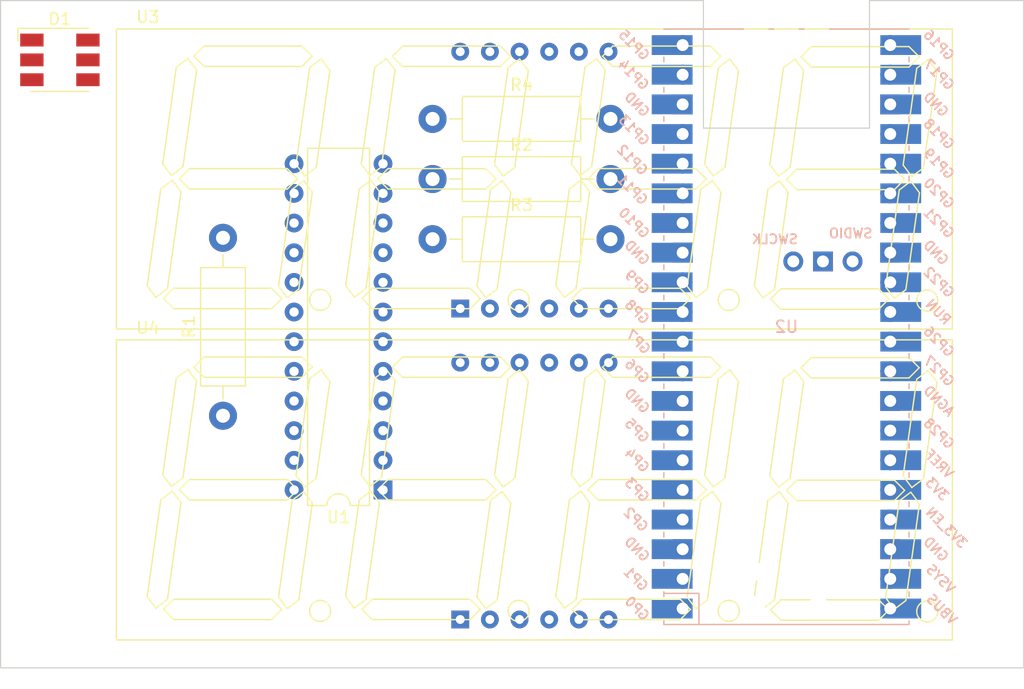
<source format=kicad_pcb>
(kicad_pcb (version 20211014) (generator pcbnew)
  (layers (0 "F.Cu" signal) (31 "B.Cu" signal) (34 "B.Paste" user) (35 "F.Paste" user) (36 "B.SilkS" user "B.Silkscreen") (37 "F.SilkS" user "F.Silkscreen") (38 "B.Mask" user) (39 "F.Mask" user) (44 "Edge.Cuts" user))
  (net 0 "")
  (net 28 "Net-(D1-Pad1)")
  (net 29 "Net-(D1-Pad2)")
  (net 30 "Net-(D1-Pad3)")
  (net 31 "GREEN")
  (net 32 "RED")
  (net 33 "BLUE")
  (net 34 "MOSI")
  (net 35 "DIG_{0}")
  (net 36 "DIG_{4}")
  (net 37 "GND")
  (net 38 "DIG_{6}")
  (net 39 "DIG_{2}")
  (net 40 "DIG_{3}")
  (net 41 "DIG_{7}")
  (net 42 "DIG_{5}")
  (net 43 "DIG_{1}")
  (net 44 "CS0")
  (net 45 "SCK")
  (net 46 "SEG_{A}")
  (net 47 "SEG_{F}")
  (net 48 "SEG_{B}")
  (net 49 "SEG_{G}")
  (net 50 "Net-(U1-Pad18)")
  (net 51 "+5V")
  (net 52 "SEG_{C}")
  (net 53 "SEG_{E}")
  (net 54 "SEG_{DP}")
  (net 55 "SEG_{D}")
  (net 56 "CS1")
  (net 57 "+3.3V")
  (footprint "Resistor_THT:R_Axial_DIN0411_L9.9mm_D3.6mm_P15.24mm_Horizontal" (layer "F.Cu") (at 166.539999 73.705128)
    (fp_text reference "R2" (at 7.62 -2.92) (layer "F.SilkS"))
    (fp_text value "10k")
    (pad "1" thru_hole circle (at 0 0) (size 2.4 2.4) (drill 1.2) (layers *.Cu *.Mask) (net 51 "+5V"))
    (pad "2" thru_hole oval (at 15.24 0) (size 2.4 2.4) (drill 1.2) (layers *.Cu *.Mask) (net 28 "Net-(D1-Pad1)"))
  )
  (footprint "LED_SMD:LED_RGB_5050-6" (layer "F.Cu") (at 134.62 63.5)
    (fp_text reference "D1" (at 0 -3.5) (layer "F.SilkS"))
    (fp_text value "Status")
    (pad "1" smd rect (at -2.4 -1.7 90) (size 1.1 2) (layers "F.Cu" "F.Paste" "F.Mask") (net 28 "Net-(D1-Pad1)"))
    (pad "2" smd rect (at -2.4 0 90) (size 1.1 2) (layers "F.Cu" "F.Paste" "F.Mask") (net 29 "Net-(D1-Pad2)"))
    (pad "3" smd rect (at -2.4 1.7 90) (size 1.1 2) (layers "F.Cu" "F.Paste" "F.Mask") (net 30 "Net-(D1-Pad3)"))
    (pad "4" smd rect (at 2.4 1.7 90) (size 1.1 2) (layers "F.Cu" "F.Paste" "F.Mask") (net 31 "GREEN"))
    (pad "5" smd rect (at 2.4 0 90) (size 1.1 2) (layers "F.Cu" "F.Paste" "F.Mask") (net 32 "RED"))
    (pad "6" smd rect (at 2.4 -1.7 90) (size 1.1 2) (layers "F.Cu" "F.Paste" "F.Mask") (net 33 "BLUE"))
  )
  (footprint "seven_segment:ATA8041AB" (layer "F.Cu") (at 168.91 84.798682)
    (fp_text reference "U3" (at -26.75 -24.97 unlocked) (layer "F.SilkS"))
    (fp_text value "Pool")
    (pad "1" thru_hole rect (at 0 0) (size 1.524 1.524) (drill 0.762) (layers *.Cu *.Mask) (net 53 "SEG_{E}"))
    (pad "2" thru_hole circle (at 2.54 0) (size 1.524 1.524) (drill 0.762) (layers *.Cu *.Mask) (net 55 "SEG_{D}"))
    (pad "3" thru_hole circle (at 5.08 0) (size 1.524 1.524) (drill 0.762) (layers *.Cu *.Mask) (net 54 "SEG_{DP}"))
    (pad "4" thru_hole circle (at 7.62 0) (size 1.524 1.524) (drill 0.762) (layers *.Cu *.Mask) (net 52 "SEG_{C}"))
    (pad "5" thru_hole circle (at 10.16 0) (size 1.524 1.524) (drill 0.762) (layers *.Cu *.Mask) (net 49 "SEG_{G}"))
    (pad "6" thru_hole circle (at 12.7 0) (size 1.524 1.524) (drill 0.762) (layers *.Cu *.Mask) (net 35 "DIG_{0}"))
    (pad "7" thru_hole circle (at 12.7 -22) (size 1.524 1.524) (drill 0.762) (layers *.Cu *.Mask) (net 48 "SEG_{B}"))
    (pad "8" thru_hole circle (at 10.16 -22) (size 1.524 1.524) (drill 0.762) (layers *.Cu *.Mask) (net 43 "DIG_{1}"))
    (pad "9" thru_hole circle (at 7.62 -22) (size 1.524 1.524) (drill 0.762) (layers *.Cu *.Mask) (net 39 "DIG_{2}"))
    (pad "10" thru_hole circle (at 5.08 -22) (size 1.524 1.524) (drill 0.762) (layers *.Cu *.Mask) (net 47 "SEG_{F}"))
    (pad "11" thru_hole circle (at 2.54 -22) (size 1.524 1.524) (drill 0.762) (layers *.Cu *.Mask) (net 46 "SEG_{A}"))
    (pad "12" thru_hole circle (at 0 -22) (size 1.524 1.524) (drill 0.762) (layers *.Cu *.Mask) (net 40 "DIG_{3}"))
  )
  (footprint "seven_segment:ATA8041AB" (layer "F.Cu") (at 168.91 111.43)
    (fp_text reference "U4" (at -26.75 -24.97 unlocked) (layer "F.SilkS"))
    (fp_text value "Spa")
    (pad "1" thru_hole rect (at 0 0) (size 1.524 1.524) (drill 0.762) (layers *.Cu *.Mask) (net 53 "SEG_{E}"))
    (pad "2" thru_hole circle (at 2.54 0) (size 1.524 1.524) (drill 0.762) (layers *.Cu *.Mask) (net 55 "SEG_{D}"))
    (pad "3" thru_hole circle (at 5.08 0) (size 1.524 1.524) (drill 0.762) (layers *.Cu *.Mask) (net 54 "SEG_{DP}"))
    (pad "4" thru_hole circle (at 7.62 0) (size 1.524 1.524) (drill 0.762) (layers *.Cu *.Mask) (net 52 "SEG_{C}"))
    (pad "5" thru_hole circle (at 10.16 0) (size 1.524 1.524) (drill 0.762) (layers *.Cu *.Mask) (net 49 "SEG_{G}"))
    (pad "6" thru_hole circle (at 12.7 0) (size 1.524 1.524) (drill 0.762) (layers *.Cu *.Mask) (net 36 "DIG_{4}"))
    (pad "7" thru_hole circle (at 12.7 -22) (size 1.524 1.524) (drill 0.762) (layers *.Cu *.Mask) (net 48 "SEG_{B}"))
    (pad "8" thru_hole circle (at 10.16 -22) (size 1.524 1.524) (drill 0.762) (layers *.Cu *.Mask) (net 42 "DIG_{5}"))
    (pad "9" thru_hole circle (at 7.62 -22) (size 1.524 1.524) (drill 0.762) (layers *.Cu *.Mask) (net 38 "DIG_{6}"))
    (pad "10" thru_hole circle (at 5.08 -22) (size 1.524 1.524) (drill 0.762) (layers *.Cu *.Mask) (net 47 "SEG_{F}"))
    (pad "11" thru_hole circle (at 2.54 -22) (size 1.524 1.524) (drill 0.762) (layers *.Cu *.Mask) (net 46 "SEG_{A}"))
    (pad "12" thru_hole circle (at 0 -22) (size 1.524 1.524) (drill 0.762) (layers *.Cu *.Mask) (net 41 "DIG_{7}"))
  )
  (footprint "Resistor_THT:R_Axial_DIN0411_L9.9mm_D3.6mm_P15.24mm_Horizontal" (layer "F.Cu") (at 166.539999 68.555128)
    (fp_text reference "R4" (at 7.62 -2.92) (layer "F.SilkS"))
    (fp_text value "10k")
    (pad "1" thru_hole circle (at 0 0) (size 2.4 2.4) (drill 1.2) (layers *.Cu *.Mask) (net 51 "+5V"))
    (pad "2" thru_hole oval (at 15.24 0) (size 2.4 2.4) (drill 1.2) (layers *.Cu *.Mask) (net 30 "Net-(D1-Pad3)"))
  )
  (footprint "Resistor_THT:R_Axial_DIN0411_L9.9mm_D3.6mm_P15.24mm_Horizontal" (layer "F.Cu") (at 166.539999 78.855128)
    (fp_text reference "R3" (at 7.62 -2.92) (layer "F.SilkS"))
    (fp_text value "10k")
    (pad "1" thru_hole circle (at 0 0) (size 2.4 2.4) (drill 1.2) (layers *.Cu *.Mask) (net 51 "+5V"))
    (pad "2" thru_hole oval (at 15.24 0) (size 2.4 2.4) (drill 1.2) (layers *.Cu *.Mask) (net 29 "Net-(D1-Pad2)"))
  )
  (footprint "Package_DIP:DIP-24_W7.62mm" (layer "F.Cu") (at 162.296 100.335 180)
    (fp_text reference "U1" (at 3.81 -2.33) (layer "F.SilkS"))
    (fp_text value "MAX7221xNG")
    (pad "1" thru_hole rect (at 0 0 180) (size 1.6 1.6) (drill 0.8) (layers *.Cu *.Mask) (net 34 "MOSI"))
    (pad "2" thru_hole oval (at 0 2.54 180) (size 1.6 1.6) (drill 0.8) (layers *.Cu *.Mask) (net 35 "DIG_{0}"))
    (pad "3" thru_hole oval (at 0 5.08 180) (size 1.6 1.6) (drill 0.8) (layers *.Cu *.Mask) (net 36 "DIG_{4}"))
    (pad "4" thru_hole oval (at 0 7.62 180) (size 1.6 1.6) (drill 0.8) (layers *.Cu *.Mask) (net 37 "GND"))
    (pad "5" thru_hole oval (at 0 10.16 180) (size 1.6 1.6) (drill 0.8) (layers *.Cu *.Mask) (net 38 "DIG_{6}"))
    (pad "6" thru_hole oval (at 0 12.7 180) (size 1.6 1.6) (drill 0.8) (layers *.Cu *.Mask) (net 39 "DIG_{2}"))
    (pad "7" thru_hole oval (at 0 15.24 180) (size 1.6 1.6) (drill 0.8) (layers *.Cu *.Mask) (net 40 "DIG_{3}"))
    (pad "8" thru_hole oval (at 0 17.78 180) (size 1.6 1.6) (drill 0.8) (layers *.Cu *.Mask) (net 41 "DIG_{7}"))
    (pad "9" thru_hole oval (at 0 20.32 180) (size 1.6 1.6) (drill 0.8) (layers *.Cu *.Mask) (net 37 "GND"))
    (pad "10" thru_hole oval (at 0 22.86 180) (size 1.6 1.6) (drill 0.8) (layers *.Cu *.Mask) (net 42 "DIG_{5}"))
    (pad "11" thru_hole oval (at 0 25.4 180) (size 1.6 1.6) (drill 0.8) (layers *.Cu *.Mask) (net 43 "DIG_{1}"))
    (pad "12" thru_hole oval (at 0 27.94 180) (size 1.6 1.6) (drill 0.8) (layers *.Cu *.Mask) (net 44 "CS0"))
    (pad "13" thru_hole oval (at 7.62 27.94 180) (size 1.6 1.6) (drill 0.8) (layers *.Cu *.Mask) (net 45 "SCK"))
    (pad "14" thru_hole oval (at 7.62 25.4 180) (size 1.6 1.6) (drill 0.8) (layers *.Cu *.Mask) (net 46 "SEG_{A}"))
    (pad "15" thru_hole oval (at 7.62 22.86 180) (size 1.6 1.6) (drill 0.8) (layers *.Cu *.Mask) (net 47 "SEG_{F}"))
    (pad "16" thru_hole oval (at 7.62 20.32 180) (size 1.6 1.6) (drill 0.8) (layers *.Cu *.Mask) (net 48 "SEG_{B}"))
    (pad "17" thru_hole oval (at 7.62 17.78 180) (size 1.6 1.6) (drill 0.8) (layers *.Cu *.Mask) (net 49 "SEG_{G}"))
    (pad "18" thru_hole oval (at 7.62 15.24 180) (size 1.6 1.6) (drill 0.8) (layers *.Cu *.Mask) (net 50 "Net-(U1-Pad18)"))
    (pad "19" thru_hole oval (at 7.62 12.7 180) (size 1.6 1.6) (drill 0.8) (layers *.Cu *.Mask) (net 51 "+5V"))
    (pad "20" thru_hole oval (at 7.62 10.16 180) (size 1.6 1.6) (drill 0.8) (layers *.Cu *.Mask) (net 52 "SEG_{C}"))
    (pad "21" thru_hole oval (at 7.62 7.62 180) (size 1.6 1.6) (drill 0.8) (layers *.Cu *.Mask) (net 53 "SEG_{E}"))
    (pad "22" thru_hole oval (at 7.62 5.08 180) (size 1.6 1.6) (drill 0.8) (layers *.Cu *.Mask) (net 54 "SEG_{DP}"))
    (pad "23" thru_hole oval (at 7.62 2.54 180) (size 1.6 1.6) (drill 0.8) (layers *.Cu *.Mask) (net 55 "SEG_{D}"))
    (pad "24" thru_hole oval (at 7.62 0 180) (size 1.6 1.6) (drill 0.8) (layers *.Cu *.Mask))
  )
  (footprint "Resistor_THT:R_Axial_DIN0411_L9.9mm_D3.6mm_P15.24mm_Horizontal" (layer "F.Cu") (at 148.59 93.98 90)
    (fp_text reference "R1" (at 7.62 -2.92 90) (layer "F.SilkS"))
    (fp_text value "20k")
    (pad "1" thru_hole circle (at 0 0 90) (size 2.4 2.4) (drill 1.2) (layers *.Cu *.Mask) (net 51 "+5V"))
    (pad "2" thru_hole oval (at 15.24 0 90) (size 2.4 2.4) (drill 1.2) (layers *.Cu *.Mask) (net 50 "Net-(U1-Pad18)"))
  )
  (footprint "RPi_Pico:RPi_PicoW_SMD_TH" (layer "B.Cu") (at 196.85 86.36)
    (fp_text reference "U2" (at 0 0) (layer "B.SilkS") (effects (justify mirror)))
    (fp_text value "PicoW")
    (fp_text user "GP9" (at -12.8 -3.81 135) (layer "B.SilkS") (effects (font (size 0.8 0.8)) (justify mirror)))
    (fp_text user "GP19" (at 13.054 -13.97 135) (layer "B.SilkS") (effects (font (size 0.8 0.8)) (justify mirror)))
    (fp_text user "GP3" (at -12.8 13.97 135) (layer "B.SilkS") (effects (font (size 0.8 0.8)) (justify mirror)))
    (fp_text user "GP17" (at 13.054 -21.59 135) (layer "B.SilkS") (effects (font (size 0.8 0.8)) (justify mirror)))
    (fp_text user "GND" (at -12.8 19.05 135) (layer "B.SilkS") (effects (font (size 0.8 0.8)) (justify mirror)))
    (fp_text user "GP12" (at -13.2 -14.2925 135) (layer "B.SilkS") (effects (font (size 0.8 0.8)) (justify mirror)))
    (fp_text user "GP8" (at -12.8 -1.27 135) (layer "B.SilkS") (effects (font (size 0.8 0.8)) (justify mirror)))
    (fp_text user "GP27" (at 13.054 3.8 135) (layer "B.SilkS") (effects (font (size 0.8 0.8)) (justify mirror)))
    (fp_text user "GP2" (at -12.9 16.51 135) (layer "B.SilkS") (effects (font (size 0.8 0.8)) (justify mirror)))
    (fp_text user "GND" (at 12.8 19.05 135) (layer "B.SilkS") (effects (font (size 0.8 0.8)) (justify mirror)))
    (fp_text user "VREF" (at 13.0675 11.7425 135) (layer "B.SilkS") (effects (font (size 0.8 0.8)) (justify mirror)))
    (fp_text user "GP16" (at 13.054 -24.13 135) (layer "B.SilkS") (effects (font (size 0.8 0.8)) (justify mirror)))
    (fp_text user "GP28" (at 13.054 9.144 135) (layer "B.SilkS") (effects (font (size 0.8 0.8)) (justify mirror)))
    (fp_text user "GP5" (at -12.8 8.89 135) (layer "B.SilkS") (effects (font (size 0.8 0.8)) (justify mirror)))
    (fp_text user "SWDIO" (at 5.5 -8) (layer "B.SilkS") (effects (font (size 0.8 0.8)) (justify mirror)))
    (fp_text user "GP22" (at 13.054 -3.81 135) (layer "B.SilkS") (effects (font (size 0.8 0.8)) (justify mirror)))
    (fp_text user "GP1" (at -12.9 21.6 135) (layer "B.SilkS") (effects (font (size 0.8 0.8)) (justify mirror)))
    (fp_text user "GP4" (at -12.8 11.43 135) (layer "B.SilkS") (effects (font (size 0.8 0.8)) (justify mirror)))
    (fp_text user "AGND" (at 13.054 6.35 135) (layer "B.SilkS") (effects (font (size 0.8 0.8)) (justify mirror)))
    (fp_text user "GND" (at -12.8 6.35 135) (layer "B.SilkS") (effects (font (size 0.8 0.8)) (justify mirror)))
    (fp_text user "3V3_EN" (at 13.7 17.2 135) (layer "B.SilkS") (effects (font (size 0.8 0.8)) (justify mirror)))
    (fp_text user "VSYS" (at 13.2 21.59 135) (layer "B.SilkS") (effects (font (size 0.8 0.8)) (justify mirror)))
    (fp_text user "GND" (at 12.8 -19.05 135) (layer "B.SilkS") (effects (font (size 0.8 0.8)) (justify mirror)))
    (fp_text user "GP6" (at -12.8 3.81 135) (layer "B.SilkS") (effects (font (size 0.8 0.8)) (justify mirror)))
    (fp_text user "GP7" (at -12.7 1.3 135) (layer "B.SilkS") (effects (font (size 0.8 0.8)) (justify mirror)))
    (fp_text user "GP10" (at -13.054 -8.89 135) (layer "B.SilkS") (effects (font (size 0.8 0.8)) (justify mirror)))
    (fp_text user "GP21" (at 13.054 -8.9 135) (layer "B.SilkS") (effects (font (size 0.8 0.8)) (justify mirror)))
    (fp_text user "RUN" (at 13 -1.27 135) (layer "B.SilkS") (effects (font (size 0.8 0.8)) (justify mirror)))
    (fp_text user "GP20" (at 13.054 -11.43 135) (layer "B.SilkS") (effects (font (size 0.8 0.8)) (justify mirror)))
    (fp_text user "GND" (at -12.8 -6.35 135) (layer "B.SilkS") (effects (font (size 0.8 0.8)) (justify mirror)))
    (fp_text user "GP14" (at -13.1 -21.59 135) (layer "B.SilkS") (effects (font (size 0.8 0.8)) (justify mirror)))
    (fp_text user "VBUS" (at 13.3 24.2 135) (layer "B.SilkS") (effects (font (size 0.8 0.8)) (justify mirror)))
    (fp_text user "GP18" (at 13.054 -16.51 135) (layer "B.SilkS") (effects (font (size 0.8 0.8)) (justify mirror)))
    (fp_text user "GP26" (at 13.054 1.27 135) (layer "B.SilkS") (effects (font (size 0.8 0.8)) (justify mirror)))
    (fp_text user "GND" (at 12.8 -6.35 135) (layer "B.SilkS") (effects (font (size 0.8 0.8)) (justify mirror)))
    (fp_text user "GP0" (at -12.8 24.13 135) (layer "B.SilkS") (effects (font (size 0.8 0.8)) (justify mirror)))
    (fp_text user "GP15" (at -13.054 -24.13 135) (layer "B.SilkS") (effects (font (size 0.8 0.8)) (justify mirror)))
    (fp_text user "GND" (at -12.8 -19.05 135) (layer "B.SilkS") (effects (font (size 0.8 0.8)) (justify mirror)))
    (fp_text user "3V3" (at 12.9 13.9 135) (layer "B.SilkS") (effects (font (size 0.8 0.8)) (justify mirror)))
    (fp_text user "GP13" (at -13.054 -16.8325 135) (layer "B.SilkS") (effects (font (size 0.8 0.8)) (justify mirror)))
    (fp_text user "GP11" (at -13.2 -11.7525 135) (layer "B.SilkS") (effects (font (size 0.8 0.8)) (justify mirror)))
    (fp_text user "SWCLK" (at -1 -7.5) (layer "B.SilkS") (effects (font (size 0.8 0.8)) (justify mirror)))
    (pad "" np_thru_hole oval (at -2.425 20.97) (size 1.5 1.5) (drill 1.5) (layers *.Cu *.Mask))
    (pad "" np_thru_hole oval (at -2.725 24) (size 1.8 1.8) (drill 1.8) (layers *.Cu *.Mask))
    (pad "" np_thru_hole oval (at 2.725 24) (size 1.8 1.8) (drill 1.8) (layers *.Cu *.Mask))
    (pad "" np_thru_hole oval (at 2.425 20.97) (size 1.5 1.5) (drill 1.5) (layers *.Cu *.Mask))
    (pad "1" smd rect (at -8.89 24.13) (size 3.5 1.7) (drill (offset -0.9 0)) (layers "B.Cu" "B.Mask"))
    (pad "1" thru_hole oval (at -8.89 24.13) (size 1.7 1.7) (drill 1.02) (layers *.Cu *.Mask))
    (pad "2" smd rect (at -8.89 21.59) (size 3.5 1.7) (drill (offset -0.9 0)) (layers "B.Cu" "B.Mask") (net 44 "CS0"))
    (pad "2" thru_hole oval (at -8.89 21.59) (size 1.7 1.7) (drill 1.02) (layers *.Cu *.Mask) (net 44 "CS0"))
    (pad "3" smd rect (at -8.89 19.05) (size 3.5 1.7) (drill (offset -0.9 0)) (layers "B.Cu" "B.Mask") (net 37 "GND"))
    (pad "3" thru_hole rect (at -8.89 19.05) (size 1.7 1.7) (drill 1.02) (layers *.Cu *.Mask) (net 37 "GND"))
    (pad "4" smd rect (at -8.89 16.51) (size 3.5 1.7) (drill (offset -0.9 0)) (layers "B.Cu" "B.Mask") (net 45 "SCK"))
    (pad "4" thru_hole oval (at -8.89 16.51) (size 1.7 1.7) (drill 1.02) (layers *.Cu *.Mask) (net 45 "SCK"))
    (pad "5" thru_hole oval (at -8.89 13.97) (size 1.7 1.7) (drill 1.02) (layers *.Cu *.Mask) (net 34 "MOSI"))
    (pad "5" smd rect (at -8.89 13.97) (size 3.5 1.7) (drill (offset -0.9 0)) (layers "B.Cu" "B.Mask") (net 34 "MOSI"))
    (pad "6" thru_hole oval (at -8.89 11.43) (size 1.7 1.7) (drill 1.02) (layers *.Cu *.Mask))
    (pad "6" smd rect (at -8.89 11.43) (size 3.5 1.7) (drill (offset -0.9 0)) (layers "B.Cu" "B.Mask"))
    (pad "7" smd rect (at -8.89 8.89) (size 3.5 1.7) (drill (offset -0.9 0)) (layers "B.Cu" "B.Mask") (net 56 "CS1"))
    (pad "7" thru_hole oval (at -8.89 8.89) (size 1.7 1.7) (drill 1.02) (layers *.Cu *.Mask) (net 56 "CS1"))
    (pad "8" smd rect (at -8.89 6.35) (size 3.5 1.7) (drill (offset -0.9 0)) (layers "B.Cu" "B.Mask") (net 37 "GND"))
    (pad "8" thru_hole rect (at -8.89 6.35) (size 1.7 1.7) (drill 1.02) (layers *.Cu *.Mask) (net 37 "GND"))
    (pad "9" thru_hole oval (at -8.89 3.81) (size 1.7 1.7) (drill 1.02) (layers *.Cu *.Mask))
    (pad "9" smd rect (at -8.89 3.81) (size 3.5 1.7) (drill (offset -0.9 0)) (layers "B.Cu" "B.Mask"))
    (pad "10" smd rect (at -8.89 1.27) (size 3.5 1.7) (drill (offset -0.9 0)) (layers "B.Cu" "B.Mask"))
    (pad "10" thru_hole oval (at -8.89 1.27) (size 1.7 1.7) (drill 1.02) (layers *.Cu *.Mask))
    (pad "11" smd rect (at -8.89 -1.27) (size 3.5 1.7) (drill (offset -0.9 0)) (layers "B.Cu" "B.Mask"))
    (pad "11" thru_hole oval (at -8.89 -1.27) (size 1.7 1.7) (drill 1.02) (layers *.Cu *.Mask))
    (pad "12" thru_hole oval (at -8.89 -3.81) (size 1.7 1.7) (drill 1.02) (layers *.Cu *.Mask))
    (pad "12" smd rect (at -8.89 -3.81) (size 3.5 1.7) (drill (offset -0.9 0)) (layers "B.Cu" "B.Mask"))
    (pad "13" smd rect (at -8.89 -6.35) (size 3.5 1.7) (drill (offset -0.9 0)) (layers "B.Cu" "B.Mask") (net 37 "GND"))
    (pad "13" thru_hole rect (at -8.89 -6.35) (size 1.7 1.7) (drill 1.02) (layers *.Cu *.Mask) (net 37 "GND"))
    (pad "14" smd rect (at -8.89 -8.89) (size 3.5 1.7) (drill (offset -0.9 0)) (layers "B.Cu" "B.Mask"))
    (pad "14" thru_hole oval (at -8.89 -8.89) (size 1.7 1.7) (drill 1.02) (layers *.Cu *.Mask))
    (pad "15" smd rect (at -8.89 -11.43) (size 3.5 1.7) (drill (offset -0.9 0)) (layers "B.Cu" "B.Mask"))
    (pad "15" thru_hole oval (at -8.89 -11.43) (size 1.7 1.7) (drill 1.02) (layers *.Cu *.Mask))
    (pad "16" smd rect (at -8.89 -13.97) (size 3.5 1.7) (drill (offset -0.9 0)) (layers "B.Cu" "B.Mask"))
    (pad "16" thru_hole oval (at -8.89 -13.97) (size 1.7 1.7) (drill 1.02) (layers *.Cu *.Mask))
    (pad "17" thru_hole oval (at -8.89 -16.51) (size 1.7 1.7) (drill 1.02) (layers *.Cu *.Mask) (net 32 "RED"))
    (pad "17" smd rect (at -8.89 -16.51) (size 3.5 1.7) (drill (offset -0.9 0)) (layers "B.Cu" "B.Mask") (net 32 "RED"))
    (pad "18" thru_hole rect (at -8.89 -19.05) (size 1.7 1.7) (drill 1.02) (layers *.Cu *.Mask) (net 37 "GND"))
    (pad "18" smd rect (at -8.89 -19.05) (size 3.5 1.7) (drill (offset -0.9 0)) (layers "B.Cu" "B.Mask") (net 37 "GND"))
    (pad "19" thru_hole oval (at -8.89 -21.59) (size 1.7 1.7) (drill 1.02) (layers *.Cu *.Mask) (net 31 "GREEN"))
    (pad "19" smd rect (at -8.89 -21.59) (size 3.5 1.7) (drill (offset -0.9 0)) (layers "B.Cu" "B.Mask") (net 31 "GREEN"))
    (pad "20" smd rect (at -8.89 -24.13) (size 3.5 1.7) (drill (offset -0.9 0)) (layers "B.Cu" "B.Mask") (net 33 "BLUE"))
    (pad "20" thru_hole oval (at -8.89 -24.13) (size 1.7 1.7) (drill 1.02) (layers *.Cu *.Mask) (net 33 "BLUE"))
    (pad "21" smd rect (at 8.89 -24.13) (size 3.5 1.7) (drill (offset 0.9 0)) (layers "B.Cu" "B.Mask"))
    (pad "21" thru_hole oval (at 8.89 -24.13) (size 1.7 1.7) (drill 1.02) (layers *.Cu *.Mask))
    (pad "22" smd rect (at 8.89 -21.59) (size 3.5 1.7) (drill (offset 0.9 0)) (layers "B.Cu" "B.Mask"))
    (pad "22" thru_hole oval (at 8.89 -21.59) (size 1.7 1.7) (drill 1.02) (layers *.Cu *.Mask))
    (pad "23" smd rect (at 8.89 -19.05) (size 3.5 1.7) (drill (offset 0.9 0)) (layers "B.Cu" "B.Mask") (net 37 "GND"))
    (pad "23" thru_hole rect (at 8.89 -19.05) (size 1.7 1.7) (drill 1.02) (layers *.Cu *.Mask) (net 37 "GND"))
    (pad "24" thru_hole oval (at 8.89 -16.51) (size 1.7 1.7) (drill 1.02) (layers *.Cu *.Mask))
    (pad "24" smd rect (at 8.89 -16.51) (size 3.5 1.7) (drill (offset 0.9 0)) (layers "B.Cu" "B.Mask"))
    (pad "25" thru_hole oval (at 8.89 -13.97) (size 1.7 1.7) (drill 1.02) (layers *.Cu *.Mask))
    (pad "25" smd rect (at 8.89 -13.97) (size 3.5 1.7) (drill (offset 0.9 0)) (layers "B.Cu" "B.Mask"))
    (pad "26" thru_hole oval (at 8.89 -11.43) (size 1.7 1.7) (drill 1.02) (layers *.Cu *.Mask))
    (pad "26" smd rect (at 8.89 -11.43) (size 3.5 1.7) (drill (offset 0.9 0)) (layers "B.Cu" "B.Mask"))
    (pad "27" thru_hole oval (at 8.89 -8.89) (size 1.7 1.7) (drill 1.02) (layers *.Cu *.Mask))
    (pad "27" smd rect (at 8.89 -8.89) (size 3.5 1.7) (drill (offset 0.9 0)) (layers "B.Cu" "B.Mask"))
    (pad "28" smd rect (at 8.89 -6.35) (size 3.5 1.7) (drill (offset 0.9 0)) (layers "B.Cu" "B.Mask") (net 37 "GND"))
    (pad "28" thru_hole rect (at 8.89 -6.35) (size 1.7 1.7) (drill 1.02) (layers *.Cu *.Mask) (net 37 "GND"))
    (pad "29" smd rect (at 8.89 -3.81) (size 3.5 1.7) (drill (offset 0.9 0)) (layers "B.Cu" "B.Mask"))
    (pad "29" thru_hole oval (at 8.89 -3.81) (size 1.7 1.7) (drill 1.02) (layers *.Cu *.Mask))
    (pad "30" thru_hole oval (at 8.89 -1.27) (size 1.7 1.7) (drill 1.02) (layers *.Cu *.Mask))
    (pad "30" smd rect (at 8.89 -1.27) (size 3.5 1.7) (drill (offset 0.9 0)) (layers "B.Cu" "B.Mask"))
    (pad "31" smd rect (at 8.89 1.27) (size 3.5 1.7) (drill (offset 0.9 0)) (layers "B.Cu" "B.Mask"))
    (pad "31" thru_hole oval (at 8.89 1.27) (size 1.7 1.7) (drill 1.02) (layers *.Cu *.Mask))
    (pad "32" smd rect (at 8.89 3.81) (size 3.5 1.7) (drill (offset 0.9 0)) (layers "B.Cu" "B.Mask"))
    (pad "32" thru_hole oval (at 8.89 3.81) (size 1.7 1.7) (drill 1.02) (layers *.Cu *.Mask))
    (pad "33" smd rect (at 8.89 6.35) (size 3.5 1.7) (drill (offset 0.9 0)) (layers "B.Cu" "B.Mask"))
    (pad "33" thru_hole rect (at 8.89 6.35) (size 1.7 1.7) (drill 1.02) (layers *.Cu *.Mask))
    (pad "34" thru_hole oval (at 8.89 8.89) (size 1.7 1.7) (drill 1.02) (layers *.Cu *.Mask))
    (pad "34" smd rect (at 8.89 8.89) (size 3.5 1.7) (drill (offset 0.9 0)) (layers "B.Cu" "B.Mask"))
    (pad "35" thru_hole oval (at 8.89 11.43) (size 1.7 1.7) (drill 1.02) (layers *.Cu *.Mask))
    (pad "35" smd rect (at 8.89 11.43) (size 3.5 1.7) (drill (offset 0.9 0)) (layers "B.Cu" "B.Mask"))
    (pad "36" thru_hole oval (at 8.89 13.97) (size 1.7 1.7) (drill 1.02) (layers *.Cu *.Mask) (net 57 "+3.3V"))
    (pad "36" smd rect (at 8.89 13.97) (size 3.5 1.7) (drill (offset 0.9 0)) (layers "B.Cu" "B.Mask") (net 57 "+3.3V"))
    (pad "37" smd rect (at 8.89 16.51) (size 3.5 1.7) (drill (offset 0.9 0)) (layers "B.Cu" "B.Mask"))
    (pad "37" thru_hole oval (at 8.89 16.51) (size 1.7 1.7) (drill 1.02) (layers *.Cu *.Mask))
    (pad "38" thru_hole rect (at 8.89 19.05) (size 1.7 1.7) (drill 1.02) (layers *.Cu *.Mask) (net 37 "GND"))
    (pad "38" smd rect (at 8.89 19.05) (size 3.5 1.7) (drill (offset 0.9 0)) (layers "B.Cu" "B.Mask") (net 37 "GND"))
    (pad "39" thru_hole oval (at 8.89 21.59) (size 1.7 1.7) (drill 1.02) (layers *.Cu *.Mask))
    (pad "39" smd rect (at 8.89 21.59) (size 3.5 1.7) (drill (offset 0.9 0)) (layers "B.Cu" "B.Mask"))
    (pad "40" smd rect (at 8.89 24.13) (size 3.5 1.7) (drill (offset 0.9 0)) (layers "B.Cu" "B.Mask") (net 51 "+5V"))
    (pad "40" thru_hole oval (at 8.89 24.13) (size 1.7 1.7) (drill 1.02) (layers *.Cu *.Mask) (net 51 "+5V"))
    (pad "41" thru_hole oval (at 0.5841 -5.6) (size 1.7 1.7) (drill 1.02) (layers *.Cu *.Mask))
    (pad "42" thru_hole rect (at 3.1241 -5.6) (size 1.7 1.7) (drill 1.02) (layers *.Cu *.Mask) (net 37 "GND"))
    (pad "43" thru_hole oval (at 5.6641 -5.6) (size 1.7 1.7) (drill 1.02) (layers *.Cu *.Mask))
  )
  (gr_line (start 189.738 69.342) (end 203.962 69.342) (layer "Edge.Cuts") (width 0.1))
  (gr_line (start 217.17 115.57) (end 217.17 58.42) (layer "Edge.Cuts") (width 0.1))
  (gr_line (start 189.738 58.42) (end 189.738 69.342) (layer "Edge.Cuts") (width 0.1))
  (gr_line (start 203.962 58.42) (end 217.17 58.42) (layer "Edge.Cuts") (width 0.1))
  (gr_line (start 129.54 115.57) (end 217.17 115.57) (layer "Edge.Cuts") (width 0.1))
  (gr_line (start 203.962 69.342) (end 203.962 58.42) (layer "Edge.Cuts") (width 0.1))
  (gr_line (start 129.54 58.42) (end 129.54 115.57) (layer "Edge.Cuts") (width 0.1))
  (gr_line (start 189.738 58.42) (end 129.54 58.42) (layer "Edge.Cuts") (width 0.1))
)
</source>
